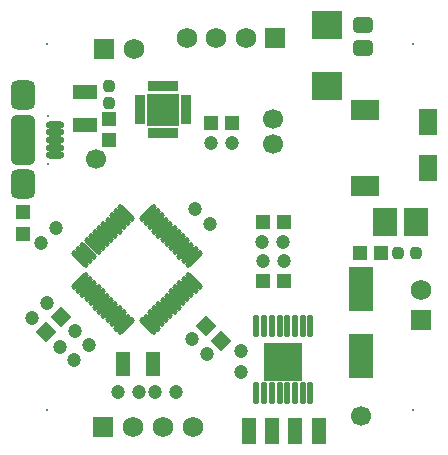
<source format=gts>
%FSTAX23Y23*%
%MOIN*%
%SFA1B1*%

%IPPOS*%
%AMD68*
4,1,4,0.000000,0.033400,-0.033400,0.000000,0.000000,-0.033400,0.033400,0.000000,0.000000,0.033400,0.0*
%
%AMD74*
4,1,4,0.033400,0.000000,0.000000,0.033400,-0.033400,0.000000,0.000000,-0.033400,0.033400,0.000000,0.0*
%
%AMD78*
4,1,8,0.017700,0.027600,-0.017700,0.027600,-0.033500,0.011800,-0.033500,-0.011800,-0.017700,-0.027600,0.017700,-0.027600,0.033500,-0.011800,0.033500,0.011800,0.017700,0.027600,0.0*
1,1,0.031500,0.017700,0.011800*
1,1,0.031500,-0.017700,0.011800*
1,1,0.031500,-0.017700,-0.011800*
1,1,0.031500,0.017700,-0.011800*
%
%AMD81*
4,1,8,-0.019700,0.007900,-0.019700,-0.007900,-0.007900,-0.019700,0.007900,-0.019700,0.019700,-0.007900,0.019700,0.007900,0.007900,0.019700,-0.007900,0.019700,-0.019700,0.007900,0.0*
1,1,0.023620,-0.007900,0.007900*
1,1,0.023620,-0.007900,-0.007900*
1,1,0.023620,0.007900,-0.007900*
1,1,0.023620,0.007900,0.007900*
%
%AMD82*
4,1,8,-0.007900,-0.019700,0.007900,-0.019700,0.019700,-0.007900,0.019700,0.007900,0.007900,0.019700,-0.007900,0.019700,-0.019700,0.007900,-0.019700,-0.007900,-0.007900,-0.019700,0.0*
1,1,0.023620,-0.007900,-0.007900*
1,1,0.023620,0.007900,-0.007900*
1,1,0.023620,0.007900,0.007900*
1,1,0.023620,-0.007900,0.007900*
%
%AMD83*
4,1,8,-0.041300,0.026600,-0.041300,-0.026600,-0.018700,-0.049200,0.018700,-0.049200,0.041300,-0.026600,0.041300,0.026600,0.018700,0.049200,-0.018700,0.049200,-0.041300,0.026600,0.0*
1,1,0.045280,-0.018700,0.026600*
1,1,0.045280,-0.018700,-0.026600*
1,1,0.045280,0.018700,-0.026600*
1,1,0.045280,0.018700,0.026600*
%
%AMD84*
4,1,8,-0.041300,0.062000,-0.041300,-0.062000,-0.018700,-0.084600,0.018700,-0.084600,0.041300,-0.062000,0.041300,0.062000,0.018700,0.084600,-0.018700,0.084600,-0.041300,0.062000,0.0*
1,1,0.045280,-0.018700,0.062000*
1,1,0.045280,-0.018700,-0.062000*
1,1,0.045280,0.018700,-0.062000*
1,1,0.045280,0.018700,0.062000*
%
%AMD86*
4,1,4,-0.026400,-0.012500,-0.012500,-0.026400,0.026400,0.012500,0.012500,0.026400,-0.026400,-0.012500,0.0*
1,1,0.019690,-0.019400,-0.019400*
1,1,0.019690,0.019400,0.019400*
%
%AMD87*
4,1,4,0.012500,-0.026400,0.026400,-0.012500,-0.012500,0.026400,-0.026400,0.012500,0.012500,-0.026400,0.0*
1,1,0.019690,0.019400,-0.019400*
1,1,0.019690,-0.019400,0.019400*
%
%ADD61R,0.047240X0.086610*%
%ADD62R,0.078740X0.145670*%
%ADD63O,0.021650X0.074800*%
%ADD64R,0.125980X0.125980*%
%ADD65C,0.047240*%
%ADD66C,0.066930*%
%ADD67R,0.078740X0.047240*%
G04~CAMADD=68~10~0.0~472.4~0.0~0.0~0.0~0.0~0~0.0~0.0~0.0~0.0~0~0.0~0.0~0.0~0.0~0~0.0~0.0~0.0~405.0~472.4~0.0*
%ADD68D68*%
%ADD69R,0.106300X0.106300*%
%ADD70R,0.036610X0.019690*%
%ADD71R,0.019690X0.036610*%
%ADD72R,0.094490X0.070870*%
%ADD73R,0.047240X0.047240*%
G04~CAMADD=74~10~0.0~472.4~0.0~0.0~0.0~0.0~0~0.0~0.0~0.0~0.0~0~0.0~0.0~0.0~0.0~0~0.0~0.0~0.0~315.0~472.4~0.0*
%ADD74D74*%
%ADD75R,0.047240X0.078740*%
%ADD76R,0.047240X0.047240*%
%ADD77R,0.102360X0.094490*%
G04~CAMADD=78~8~0.0~0.0~669.3~551.2~157.5~0.0~15~0.0~0.0~0.0~0.0~0~0.0~0.0~0.0~0.0~0~0.0~0.0~0.0~0.0~669.3~551.2*
%ADD78D78*%
%ADD79R,0.062990X0.086610*%
%ADD80R,0.082680X0.097640*%
G04~CAMADD=81~8~0.0~0.0~393.7~393.7~118.1~0.0~15~0.0~0.0~0.0~0.0~0~0.0~0.0~0.0~0.0~0~0.0~0.0~0.0~90.0~394.0~394.0*
%ADD81D81*%
G04~CAMADD=82~8~0.0~0.0~393.7~393.7~118.1~0.0~15~0.0~0.0~0.0~0.0~0~0.0~0.0~0.0~0.0~0~0.0~0.0~0.0~180.0~394.0~394.0*
%ADD82D82*%
G04~CAMADD=83~8~0.0~0.0~984.3~826.8~226.4~0.0~15~0.0~0.0~0.0~0.0~0~0.0~0.0~0.0~0.0~0~0.0~0.0~0.0~90.0~827.0~984.0*
%ADD83D83*%
G04~CAMADD=84~8~0.0~0.0~1692.9~826.8~226.4~0.0~15~0.0~0.0~0.0~0.0~0~0.0~0.0~0.0~0.0~0~0.0~0.0~0.0~90.0~826.0~1692.0*
%ADD84D84*%
%ADD85O,0.061020X0.023620*%
G04~CAMADD=86~3~0.0~0.0~196.9~748.0~0.0~0.0~0~0.0~0.0~0.0~0.0~0~0.0~0.0~0.0~0.0~0~0.0~0.0~0.0~135.0~586.0~586.0*
%ADD86D86*%
G04~CAMADD=87~3~0.0~0.0~196.9~748.0~0.0~0.0~0~0.0~0.0~0.0~0.0~0~0.0~0.0~0.0~0.0~0~0.0~0.0~0.0~225.0~586.0~586.0*
%ADD87D87*%
%ADD88C,0.007870*%
%ADD89C,0.068900*%
%ADD90R,0.068900X0.068900*%
%ADD91R,0.068900X0.068900*%
%LNstepperpcb-1*%
%LPD*%
G54D61*
X01043Y00066D03*
X00809D03*
X00887D03*
X00964D03*
G54D62*
X01185Y00539D03*
Y00318D03*
G54D63*
X00989Y00417D03*
X00963D03*
X00937D03*
X00912D03*
X00886D03*
X00861D03*
X00835D03*
X01014D03*
Y00192D03*
X00989D03*
X00963D03*
X00937D03*
X00912D03*
X00886D03*
X00861D03*
X00835D03*
G54D64*
X00925Y00297D03*
G54D65*
X00782Y00333D03*
Y00262D03*
X0062Y00373D03*
X0067Y00323D03*
X00444Y00198D03*
X00374D03*
X00498D03*
X00568D03*
X00755Y01025D03*
X00685D03*
X0068Y00758D03*
X0063Y00808D03*
X00925Y00698D03*
X00854D03*
X00927Y00633D03*
X00856D03*
X00118Y00693D03*
X00168Y00743D03*
X00087Y00443D03*
X00137Y00493D03*
X00229Y00399D03*
X00179Y00348D03*
X00226Y00303D03*
X00277Y00353D03*
G54D66*
X00299Y00974D03*
X00891Y01023D03*
X01185Y00116D03*
X00889Y01106D03*
G54D67*
X00265Y01088D03*
Y01198D03*
G54D68*
X00132Y00396D03*
X00182Y00446D03*
G54D69*
X00523Y01138D03*
G54D70*
X006Y01177D03*
Y01158D03*
Y01138D03*
Y01118D03*
Y01099D03*
X00446D03*
Y01118D03*
Y01138D03*
Y01158D03*
Y01177D03*
G54D71*
X00562Y01061D03*
X00543D03*
X00523D03*
X00503D03*
X00484D03*
Y01215D03*
X00503D03*
X00523D03*
X00543D03*
X00562D03*
G54D72*
X01196Y00883D03*
Y01135D03*
G54D73*
X00342Y01035D03*
Y01106D03*
X00057Y00724D03*
Y00795D03*
G54D74*
X00717Y00368D03*
X00667Y00418D03*
G54D75*
X00391Y00291D03*
X0049D03*
G54D76*
X00684Y01092D03*
X00755D03*
X01181Y00661D03*
X00927Y00568D03*
X00856D03*
X00927Y00763D03*
X00856D03*
X01251Y00661D03*
G54D77*
X0107Y01216D03*
Y01421D03*
G54D78*
X0119Y01421D03*
Y01342D03*
G54D79*
X01407Y00942D03*
Y01097D03*
G54D80*
X01262Y00763D03*
X01367D03*
G54D81*
X01307Y00661D03*
X01366D03*
G54D82*
X00342Y01218D03*
Y01159D03*
G54D83*
X00057Y00889D03*
Y01185D03*
G54D84*
X00057Y01037D03*
G54D85*
X00162Y00986D03*
Y01011D03*
Y01037D03*
Y01062D03*
Y01088D03*
G54D86*
X004Y00415D03*
X00386Y00428D03*
X00372Y00442D03*
X00359Y00456D03*
X00345Y0047D03*
X00331Y00484D03*
X00317Y00498D03*
X00303Y00512D03*
X00289Y00526D03*
X00275Y0054D03*
X00261Y00554D03*
X00247Y00568D03*
X00473Y00793D03*
X00487Y00779D03*
X00501Y00765D03*
X00514Y00751D03*
X00528Y00737D03*
X00542Y00724D03*
X00556Y0071D03*
X0057Y00696D03*
X00584Y00682D03*
X00598Y00668D03*
X00612Y00654D03*
X00626Y0064D03*
G54D87*
X00247Y0064D03*
X00261Y00654D03*
X00275Y00668D03*
X00289Y00682D03*
X00303Y00696D03*
X00317Y0071D03*
X00331Y00724D03*
X00345Y00737D03*
X00359Y00751D03*
X00372Y00765D03*
X00386Y00779D03*
X004Y00793D03*
X00626Y00568D03*
X00612Y00554D03*
X00598Y0054D03*
X00584Y00526D03*
X0057Y00512D03*
X00556Y00498D03*
X00542Y00484D03*
X00528Y0047D03*
X00514Y00456D03*
X00501Y00442D03*
X00487Y00428D03*
X00473Y00415D03*
G54D88*
X00137Y01358D03*
Y00137D03*
X01358Y01358D03*
Y00137D03*
X00141Y00958D03*
Y01116D03*
G54D89*
X00427Y0134D03*
X00602Y01377D03*
X00701D03*
X00799D03*
X01383Y00537D03*
X00423Y0008D03*
X00523D03*
X00623D03*
G54D90*
X00327Y0134D03*
X00898Y01377D03*
X00323Y0008D03*
G54D91*
X01383Y00437D03*
M02*
</source>
